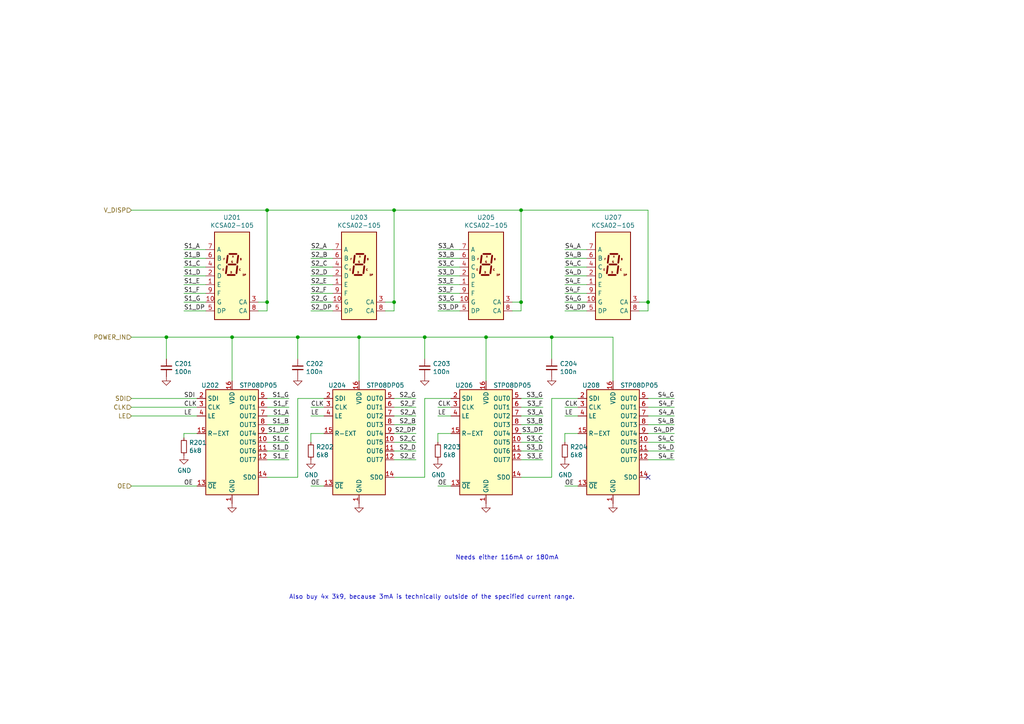
<source format=kicad_sch>
(kicad_sch (version 20211123) (generator eeschema)
  (paper "A4")
  (title_block (title "aWristWatch") (date "2021-04-05") (rev "3") (company "Andreas Kohler"))
  (lib_symbols
    (symbol "Device:C_Small" (pin_numbers hide) (pin_names (offset 0.254) hide)
      (property "Reference" "C" (at 0.254 1.778 0))
      (property "Value" "C_Small" (at 0.254 -2.032 0))
      (symbol "C_Small_0_1"
        (polyline (pts (xy -1.524 -0.508) (xy 1.524 -0.508)) (stroke (width 0.3302)))
        (polyline (pts (xy -1.524 0.508) (xy 1.524 0.508)) (stroke (width 0.3048)))
      )
      (symbol "C_Small_1_1"
        (pin passive line (at 0 2.54 270) (length 2.032) (name "~") (number "1"))
        (pin passive line (at 0 -2.54 90) (length 2.032) (name "~") (number "2"))
      )
    )
    (symbol "Device:R_Small" (pin_numbers hide) (pin_names (offset 0.254) hide)
      (property "Reference" "R" (at 0.762 0.508 0))
      (property "Value" "R_Small" (at 0.762 -1.016 0))
      (symbol "R_Small_0_1"
        (rectangle (start -0.762 1.778) (end 0.762 -1.778) (stroke (width 0.2032)))
      )
      (symbol "R_Small_1_1"
        (pin passive line (at 0 2.54 270) (length 0.762) (name "~") (number "1"))
        (pin passive line (at 0 -2.54 90) (length 0.762) (name "~") (number "2"))
      )
    )
    (symbol "Display_Character:KCSA02-105" (pin_names (offset 0.635))
      (property "Reference" "U" (at -2.54 13.97 0))
      (property "Value" "KCSA02-105" (at 1.27 13.97 0))
      (symbol "KCSA02-105_0_0"
        (text "A" (at 0.254 5.588 0) (effects (font (size 0.508 0.508))))
        (text "B" (at 2.54 4.826 0) (effects (font (size 0.508 0.508))))
        (text "C" (at 2.286 1.778 0) (effects (font (size 0.508 0.508))))
        (text "D" (at -0.254 1.016 0) (effects (font (size 0.508 0.508))))
        (text "DP" (at 3.556 0.254 0) (effects (font (size 0.508 0.508))))
        (text "E" (at -2.54 1.778 0) (effects (font (size 0.508 0.508))))
        (text "F" (at -2.286 4.826 0) (effects (font (size 0.508 0.508))))
        (text "G" (at 0 4.064 0) (effects (font (size 0.508 0.508))))
      )
      (symbol "KCSA02-105_0_1"
        (rectangle (start -5.08 12.7) (end 5.08 -12.7) (stroke (width 0.254)) (fill (type background)))
        (polyline (pts (xy -1.524 2.794) (xy -1.778 0.762)) (stroke (width 0.508)))
        (polyline (pts (xy -1.27 0.254) (xy 0.762 0.254)) (stroke (width 0.508)))
        (polyline (pts (xy -1.27 5.842) (xy -1.524 3.81)) (stroke (width 0.508)))
        (polyline (pts (xy -1.016 3.302) (xy 1.016 3.302)) (stroke (width 0.508)))
        (polyline (pts (xy -0.762 6.35) (xy 1.27 6.35)) (stroke (width 0.508)))
        (polyline (pts (xy 1.524 2.794) (xy 1.27 0.762)) (stroke (width 0.508)))
        (polyline (pts (xy 1.778 5.842) (xy 1.524 3.81)) (stroke (width 0.508)))
        (polyline (pts (xy 2.54 0.254) (xy 2.54 0.254)) (stroke (width 0.508)))
      )
      (symbol "KCSA02-105_1_1"
        (pin input line (at -7.62 -2.54 0) (length 2.54) (name "E") (number "1"))
        (pin input line (at -7.62 -7.62 0) (length 2.54) (name "G") (number "10"))
        (pin input line (at -7.62 0 0) (length 2.54) (name "D") (number "2"))
        (pin input line (at 7.62 -7.62 180) (length 2.54) (name "CA") (number "3"))
        (pin input line (at -7.62 2.54 0) (length 2.54) (name "C") (number "4"))
        (pin input line (at -7.62 -10.16 0) (length 2.54) (name "DP") (number "5"))
        (pin input line (at -7.62 5.08 0) (length 2.54) (name "B") (number "6"))
        (pin input line (at -7.62 7.62 0) (length 2.54) (name "A") (number "7"))
        (pin input line (at 7.62 -10.16 180) (length 2.54) (name "CA") (number "8"))
        (pin input line (at -7.62 -5.08 0) (length 2.54) (name "F") (number "9"))
      )
    )
    (symbol "Driver_LED:STP08CP05"
      (property "Reference" "U" (at -7.62 16.51 0))
      (property "Value" "STP08CP05" (at 1.27 16.51 0))
      (symbol "STP08CP05_0_1"
        (rectangle (start -7.62 15.24) (end 7.62 -15.24) (stroke (width 0.254)) (fill (type background)))
      )
      (symbol "STP08CP05_1_1"
        (pin power_in line (at 0 -17.78 90) (length 2.54) (name "GND") (number "1"))
        (pin output line (at 10.16 0 180) (length 2.54) (name "OUT5") (number "10"))
        (pin output line (at 10.16 -2.54 180) (length 2.54) (name "OUT6") (number "11"))
        (pin output line (at 10.16 -5.08 180) (length 2.54) (name "OUT7") (number "12"))
        (pin input line (at -10.16 -12.7 0) (length 2.54) (name "~{OE}") (number "13"))
        (pin output line (at 10.16 -10.16 180) (length 2.54) (name "SDO") (number "14"))
        (pin passive line (at -10.16 2.54 0) (length 2.54) (name "R-EXT") (number "15"))
        (pin power_in line (at 0 17.78 270) (length 2.54) (name "VDD") (number "16"))
        (pin input line (at -10.16 12.7 0) (length 2.54) (name "SDI") (number "2"))
        (pin input line (at -10.16 10.16 0) (length 2.54) (name "CLK") (number "3"))
        (pin input line (at -10.16 7.62 0) (length 2.54) (name "LE") (number "4"))
        (pin output line (at 10.16 12.7 180) (length 2.54) (name "OUT0") (number "5"))
        (pin output line (at 10.16 10.16 180) (length 2.54) (name "OUT1") (number "6"))
        (pin output line (at 10.16 7.62 180) (length 2.54) (name "OUT2") (number "7"))
        (pin output line (at 10.16 5.08 180) (length 2.54) (name "OUT3") (number "8"))
        (pin output line (at 10.16 2.54 180) (length 2.54) (name "OUT4") (number "9"))
      )
    )
    (symbol "power:GND" (power) (pin_names (offset 0))
      (property "Value" "GND" (at 0 -3.81 0))
      (symbol "GND_0_1"
        (polyline (pts (xy 0 0) (xy 0 -1.27) (xy 1.27 -1.27) (xy 0 -2.54) (xy -1.27 -1.27) (xy 0 -1.27)))
      )
      (symbol "GND_1_1"
        (pin power_in line (at 0 0 270) (length 0) hide (name "GND") (number "1"))
      )
    )
  )
  (junction (at 114.3 87.63))
  (junction (at 160.02 97.79))
  (junction (at 151.13 87.63))
  (junction (at 140.97 97.79))
  (junction (at 48.26 97.79))
  (junction (at 86.36 97.79))
  (junction (at 151.13 60.96))
  (junction (at 123.19 97.79))
  (junction (at 114.3 60.96))
  (junction (at 77.47 60.96))
  (junction (at 104.14 97.79))
  (junction (at 187.96 87.63))
  (junction (at 77.47 87.63))
  (junction (at 67.31 97.79))
  (no_connect (at 187.96 138.43))
  (wire (pts (xy 104.14 110.49) (xy 104.14 97.79)))
  (wire (pts (xy 151.13 138.43) (xy 160.02 138.43)))
  (wire (pts (xy 114.3 60.96) (xy 151.13 60.96)))
  (wire (pts (xy 157.48 128.27) (xy 151.13 128.27)))
  (wire (pts (xy 90.17 125.73) (xy 93.98 125.73)))
  (wire (pts (xy 90.17 128.27) (xy 90.17 125.73)))
  (wire (pts (xy 123.19 97.79) (xy 140.97 97.79)))
  (wire (pts (xy 163.83 140.97) (xy 167.64 140.97)))
  (wire (pts (xy 170.18 74.93) (xy 163.83 74.93)))
  (wire (pts (xy 127 87.63) (xy 133.35 87.63)))
  (wire (pts (xy 187.96 90.17) (xy 185.42 90.17)))
  (wire (pts (xy 151.13 120.65) (xy 157.48 120.65)))
  (wire (pts (xy 127 120.65) (xy 130.81 120.65)))
  (wire (pts (xy 114.3 138.43) (xy 123.19 138.43)))
  (wire (pts (xy 90.17 80.01) (xy 96.52 80.01)))
  (wire (pts (xy 114.3 87.63) (xy 111.76 87.63)))
  (wire (pts (xy 53.34 90.17) (xy 59.69 90.17)))
  (wire (pts (xy 114.3 115.57) (xy 120.65 115.57)))
  (wire (pts (xy 195.58 120.65) (xy 187.96 120.65)))
  (wire (pts (xy 163.83 128.27) (xy 163.83 125.73)))
  (wire (pts (xy 59.69 82.55) (xy 53.34 82.55)))
  (wire (pts (xy 163.83 72.39) (xy 170.18 72.39)))
  (wire (pts (xy 83.82 125.73) (xy 77.47 125.73)))
  (wire (pts (xy 114.3 128.27) (xy 120.65 128.27)))
  (wire (pts (xy 48.26 97.79) (xy 67.31 97.79)))
  (wire (pts (xy 86.36 97.79) (xy 104.14 97.79)))
  (wire (pts (xy 83.82 128.27) (xy 77.47 128.27)))
  (wire (pts (xy 86.36 104.14) (xy 86.36 97.79)))
  (wire (pts (xy 187.96 87.63) (xy 187.96 90.17)))
  (wire (pts (xy 123.19 138.43) (xy 123.19 115.57)))
  (wire (pts (xy 187.96 133.35) (xy 195.58 133.35)))
  (wire (pts (xy 83.82 123.19) (xy 77.47 123.19)))
  (wire (pts (xy 123.19 104.14) (xy 123.19 97.79)))
  (wire (pts (xy 133.35 80.01) (xy 127 80.01)))
  (wire (pts (xy 151.13 60.96) (xy 151.13 87.63)))
  (wire (pts (xy 187.96 60.96) (xy 187.96 87.63)))
  (wire (pts (xy 151.13 87.63) (xy 148.59 87.63)))
  (wire (pts (xy 163.83 82.55) (xy 170.18 82.55)))
  (wire (pts (xy 114.3 90.17) (xy 111.76 90.17)))
  (wire (pts (xy 67.31 110.49) (xy 67.31 97.79)))
  (wire (pts (xy 96.52 72.39) (xy 90.17 72.39)))
  (wire (pts (xy 123.19 115.57) (xy 130.81 115.57)))
  (wire (pts (xy 114.3 133.35) (xy 120.65 133.35)))
  (wire (pts (xy 195.58 130.81) (xy 187.96 130.81)))
  (wire (pts (xy 67.31 97.79) (xy 86.36 97.79)))
  (wire (pts (xy 170.18 80.01) (xy 163.83 80.01)))
  (wire (pts (xy 38.1 120.65) (xy 57.15 120.65)))
  (wire (pts (xy 53.34 77.47) (xy 59.69 77.47)))
  (wire (pts (xy 195.58 115.57) (xy 187.96 115.57)))
  (wire (pts (xy 77.47 138.43) (xy 86.36 138.43)))
  (wire (pts (xy 163.83 120.65) (xy 167.64 120.65)))
  (wire (pts (xy 127 77.47) (xy 133.35 77.47)))
  (wire (pts (xy 151.13 125.73) (xy 157.48 125.73)))
  (wire (pts (xy 59.69 74.93) (xy 53.34 74.93)))
  (wire (pts (xy 114.3 60.96) (xy 114.3 87.63)))
  (wire (pts (xy 160.02 97.79) (xy 177.8 97.79)))
  (wire (pts (xy 187.96 125.73) (xy 195.58 125.73)))
  (wire (pts (xy 195.58 123.19) (xy 187.96 123.19)))
  (wire (pts (xy 127 118.11) (xy 130.81 118.11)))
  (wire (pts (xy 86.36 138.43) (xy 86.36 115.57)))
  (wire (pts (xy 160.02 104.14) (xy 160.02 97.79)))
  (wire (pts (xy 151.13 60.96) (xy 187.96 60.96)))
  (wire (pts (xy 127 125.73) (xy 130.81 125.73)))
  (wire (pts (xy 90.17 118.11) (xy 93.98 118.11)))
  (wire (pts (xy 140.97 110.49) (xy 140.97 97.79)))
  (wire (pts (xy 187.96 87.63) (xy 185.42 87.63)))
  (wire (pts (xy 38.1 140.97) (xy 57.15 140.97)))
  (wire (pts (xy 151.13 87.63) (xy 151.13 90.17)))
  (wire (pts (xy 163.83 118.11) (xy 167.64 118.11)))
  (wire (pts (xy 104.14 97.79) (xy 123.19 97.79)))
  (wire (pts (xy 77.47 87.63) (xy 74.93 87.63)))
  (wire (pts (xy 53.34 125.73) (xy 53.34 127)))
  (wire (pts (xy 38.1 115.57) (xy 57.15 115.57)))
  (wire (pts (xy 114.3 87.63) (xy 114.3 90.17)))
  (wire (pts (xy 120.65 125.73) (xy 114.3 125.73)))
  (wire (pts (xy 77.47 60.96) (xy 114.3 60.96)))
  (wire (pts (xy 140.97 97.79) (xy 160.02 97.79)))
  (wire (pts (xy 133.35 74.93) (xy 127 74.93)))
  (wire (pts (xy 163.83 77.47) (xy 170.18 77.47)))
  (wire (pts (xy 96.52 85.09) (xy 90.17 85.09)))
  (wire (pts (xy 157.48 118.11) (xy 151.13 118.11)))
  (wire (pts (xy 160.02 115.57) (xy 167.64 115.57)))
  (wire (pts (xy 83.82 120.65) (xy 77.47 120.65)))
  (wire (pts (xy 127 128.27) (xy 127 125.73)))
  (wire (pts (xy 96.52 82.55) (xy 90.17 82.55)))
  (wire (pts (xy 151.13 90.17) (xy 148.59 90.17)))
  (wire (pts (xy 163.83 125.73) (xy 167.64 125.73)))
  (wire (pts (xy 57.15 125.73) (xy 53.34 125.73)))
  (wire (pts (xy 59.69 80.01) (xy 53.34 80.01)))
  (wire (pts (xy 157.48 123.19) (xy 151.13 123.19)))
  (wire (pts (xy 83.82 115.57) (xy 77.47 115.57)))
  (wire (pts (xy 90.17 120.65) (xy 93.98 120.65)))
  (wire (pts (xy 53.34 85.09) (xy 59.69 85.09)))
  (wire (pts (xy 127 82.55) (xy 133.35 82.55)))
  (wire (pts (xy 127 72.39) (xy 133.35 72.39)))
  (wire (pts (xy 59.69 87.63) (xy 53.34 87.63)))
  (wire (pts (xy 90.17 74.93) (xy 96.52 74.93)))
  (wire (pts (xy 157.48 133.35) (xy 151.13 133.35)))
  (wire (pts (xy 133.35 85.09) (xy 127 85.09)))
  (wire (pts (xy 195.58 118.11) (xy 187.96 118.11)))
  (wire (pts (xy 187.96 128.27) (xy 195.58 128.27)))
  (wire (pts (xy 177.8 97.79) (xy 177.8 110.49)))
  (wire (pts (xy 151.13 115.57) (xy 157.48 115.57)))
  (wire (pts (xy 160.02 138.43) (xy 160.02 115.57)))
  (wire (pts (xy 90.17 140.97) (xy 93.98 140.97)))
  (wire (pts (xy 83.82 133.35) (xy 77.47 133.35)))
  (wire (pts (xy 38.1 97.79) (xy 48.26 97.79)))
  (wire (pts (xy 96.52 90.17) (xy 90.17 90.17)))
  (wire (pts (xy 120.65 120.65) (xy 114.3 120.65)))
  (wire (pts (xy 96.52 77.47) (xy 90.17 77.47)))
  (wire (pts (xy 170.18 85.09) (xy 163.83 85.09)))
  (wire (pts (xy 38.1 118.11) (xy 57.15 118.11)))
  (wire (pts (xy 151.13 130.81) (xy 157.48 130.81)))
  (wire (pts (xy 86.36 115.57) (xy 93.98 115.57)))
  (wire (pts (xy 77.47 87.63) (xy 77.47 90.17)))
  (wire (pts (xy 48.26 97.79) (xy 48.26 104.14)))
  (wire (pts (xy 163.83 87.63) (xy 170.18 87.63)))
  (wire (pts (xy 53.34 72.39) (xy 59.69 72.39)))
  (wire (pts (xy 120.65 130.81) (xy 114.3 130.81)))
  (wire (pts (xy 77.47 60.96) (xy 77.47 87.63)))
  (wire (pts (xy 127 140.97) (xy 130.81 140.97)))
  (wire (pts (xy 90.17 87.63) (xy 96.52 87.63)))
  (wire (pts (xy 133.35 90.17) (xy 127 90.17)))
  (wire (pts (xy 170.18 90.17) (xy 163.83 90.17)))
  (wire (pts (xy 83.82 130.81) (xy 77.47 130.81)))
  (wire (pts (xy 83.82 118.11) (xy 77.47 118.11)))
  (wire (pts (xy 77.47 90.17) (xy 74.93 90.17)))
  (wire (pts (xy 114.3 118.11) (xy 120.65 118.11)))
  (wire (pts (xy 114.3 123.19) (xy 120.65 123.19)))
  (wire (pts (xy 38.1 60.96) (xy 77.47 60.96)))
  (text "Needs either 116mA or 180mA" (at 132.08 162.56 0) (effects (font (size 1.27 1.27)) (justify left bottom)))
  (text "Also buy 4x 3k9, because 3mA is technically outside of the specified current range." (at 83.82 173.99 0) (effects (font (size 1.27 1.27)) (justify left bottom)))
  (label "S2_C" (at 120.65 128.27 180))
  (label "OE" (at 163.83 140.97 0))
  (label "S4_G" (at 195.58 115.57 180))
  (label "S2_DP" (at 120.65 125.73 180))
  (label "S3_C" (at 157.48 128.27 180))
  (label "S1_D" (at 53.34 80.01 0))
  (label "S1_C" (at 53.34 77.47 0))
  (label "OE" (at 127 140.97 0))
  (label "S3_G" (at 157.48 115.57 180))
  (label "S1_B" (at 53.34 74.93 0))
  (label "S3_E" (at 127 82.55 0))
  (label "CLK" (at 163.83 118.11 0))
  (label "S2_A" (at 90.17 72.39 0))
  (label "S4_F" (at 163.83 85.09 0))
  (label "S1_D" (at 83.82 130.81 180))
  (label "S1_E" (at 83.82 133.35 180))
  (label "S2_DP" (at 90.17 90.17 0))
  (label "S3_DP" (at 127 90.17 0))
  (label "S4_D" (at 163.83 80.01 0))
  (label "S2_B" (at 90.17 74.93 0))
  (label "S4_A" (at 195.58 120.65 180))
  (label "S4_DP" (at 163.83 90.17 0))
  (label "LE" (at 163.83 120.65 0))
  (label "CLK" (at 127 118.11 0))
  (label "S2_G" (at 90.17 87.63 0))
  (label "OE" (at 53.34 140.97 0))
  (label "S3_B" (at 127 74.93 0))
  (label "S2_B" (at 120.65 123.19 180))
  (label "S3_C" (at 127 77.47 0))
  (label "S3_F" (at 127 85.09 0))
  (label "CLK" (at 90.17 118.11 0))
  (label "S3_A" (at 157.48 120.65 180))
  (label "CLK" (at 53.34 118.11 0))
  (label "S4_E" (at 195.58 133.35 180))
  (label "S1_C" (at 83.82 128.27 180))
  (label "S1_B" (at 83.82 123.19 180))
  (label "S2_D" (at 120.65 130.81 180))
  (label "S1_F" (at 53.34 85.09 0))
  (label "SDI" (at 53.34 115.57 0))
  (label "S1_F" (at 83.82 118.11 180))
  (label "LE" (at 90.17 120.65 0))
  (label "S4_B" (at 195.58 123.19 180))
  (label "S1_G" (at 53.34 87.63 0))
  (label "S2_A" (at 120.65 120.65 180))
  (label "LE" (at 127 120.65 0))
  (label "S2_E" (at 120.65 133.35 180))
  (label "OE" (at 90.17 140.97 0))
  (label "S4_C" (at 195.58 128.27 180))
  (label "S1_A" (at 53.34 72.39 0))
  (label "S2_D" (at 90.17 80.01 0))
  (label "S1_A" (at 83.82 120.65 180))
  (label "S1_DP" (at 83.82 125.73 180))
  (label "S3_D" (at 157.48 130.81 180))
  (label "S4_E" (at 163.83 82.55 0))
  (label "S4_DP" (at 195.58 125.73 180))
  (label "S2_C" (at 90.17 77.47 0))
  (label "S4_A" (at 163.83 72.39 0))
  (label "S4_G" (at 163.83 87.63 0))
  (label "S3_DP" (at 157.48 125.73 180))
  (label "S3_F" (at 157.48 118.11 180))
  (label "S2_F" (at 90.17 85.09 0))
  (label "S3_B" (at 157.48 123.19 180))
  (label "S3_D" (at 127 80.01 0))
  (label "S4_C" (at 163.83 77.47 0))
  (label "S4_B" (at 163.83 74.93 0))
  (label "S2_F" (at 120.65 118.11 180))
  (label "S2_E" (at 90.17 82.55 0))
  (label "S4_D" (at 195.58 130.81 180))
  (label "S1_G" (at 83.82 115.57 180))
  (label "S2_G" (at 120.65 115.57 180))
  (label "S3_A" (at 127 72.39 0))
  (label "S4_F" (at 195.58 118.11 180))
  (label "S3_G" (at 127 87.63 0))
  (label "S1_E" (at 53.34 82.55 0))
  (label "S3_E" (at 157.48 133.35 180))
  (label "S1_DP" (at 53.34 90.17 0))
  (label "LE" (at 53.34 120.65 0))
  (hierarchical_label "V_DISP" (shape input) (at 38.1 60.96 180))
  (hierarchical_label "OE" (shape input) (at 38.1 140.97 180))
  (hierarchical_label "SDI" (shape input) (at 38.1 115.57 180))
  (hierarchical_label "LE" (shape input) (at 38.1 120.65 180))
  (hierarchical_label "POWER_IN" (shape input) (at 38.1 97.79 180))
  (hierarchical_label "CLK" (shape input) (at 38.1 118.11 180))
  (symbol (lib_id "Display_Character:KCSA02-105") (at 67.31 80.01 0)
    (property "Reference" "U201" (at 67.31 63.0682 0))
    (property "Value" "KCSA02-105" (at 67.31 65.3796 0))
    (property "Footprint" "Display_7Segment:KCSC02-105" (effects hide))
    (property "Datasheet" "http://www.kingbright.com/attachments/file/psearch/000/00/00/KCSA02-105(Ver.10A).pdf" (effects hide))
    (property "Order" "https://www.mouser.at/ProductDetail/604-ACSA02-41SURKWA" (effects hide))
    (property "Manufacturer" "Kingbright" (effects hide))
    (property "MNR" "KCSA02-105" (effects hide))
  )
  (symbol (lib_id "Display_Character:KCSA02-105") (at 104.14 80.01 0)
    (property "Reference" "U203" (at 104.14 63.0682 0))
    (property "Value" "KCSA02-105" (at 104.14 65.3796 0))
    (property "Footprint" "Display_7Segment:KCSC02-105" (effects hide))
    (property "Datasheet" "http://www.kingbright.com/attachments/file/psearch/000/00/00/KCSA02-105(Ver.10A).pdf" (effects hide))
    (property "Order" "https://www.mouser.at/ProductDetail/604-ACSA02-41SURKWA" (effects hide))
    (property "Manufacturer" "Kingbright" (effects hide))
    (property "MNR" "KCSA02-105" (effects hide))
  )
  (symbol (lib_id "Display_Character:KCSA02-105") (at 177.8 80.01 0)
    (property "Reference" "U207" (at 177.8 63.0682 0))
    (property "Value" "KCSA02-105" (at 177.8 65.3796 0))
    (property "Footprint" "Display_7Segment:KCSC02-105" (effects hide))
    (property "Datasheet" "http://www.kingbright.com/attachments/file/psearch/000/00/00/KCSA02-105(Ver.10A).pdf" (effects hide))
    (property "Order" "https://www.mouser.at/ProductDetail/604-ACSA02-41SURKWA" (effects hide))
    (property "Manufacturer" "Kingbright" (effects hide))
    (property "MNR" "KCSA02-105" (effects hide))
  )
  (symbol (lib_id "Display_Character:KCSA02-105") (at 140.97 80.01 0)
    (property "Reference" "U205" (at 140.97 63.0682 0))
    (property "Value" "KCSA02-105" (at 140.97 65.3796 0))
    (property "Footprint" "Display_7Segment:KCSC02-105" (effects hide))
    (property "Datasheet" "http://www.kingbright.com/attachments/file/psearch/000/00/00/KCSA02-105(Ver.10A).pdf" (effects hide))
    (property "Order" "https://www.mouser.at/ProductDetail/604-ACSA02-41SURKWA" (effects hide))
    (property "Manufacturer" "Kingbright" (effects hide))
    (property "MNR" "KCSA02-105" (effects hide))
  )
  (symbol (lib_id "Device:R_Small") (at 53.34 129.54 0)
    (property "Reference" "R201" (at 54.8386 128.3716 0) (effects (justify left)))
    (property "Value" "6k8" (at 54.8386 130.683 0) (effects (justify left)))
    (property "Footprint" "Resistor_SMD:R_0603_1608Metric" (effects hide))
    (property "Datasheet" "https://www.mouser.at/datasheet/2/315/AOA0000C331-1141874.pdf" (effects hide))
    (property "Order" "https://www.mouser.at/ProductDetail/Panasonic/ERJ-PA3F6801V?qs=BzJM0faLVqWJZPQb%2FyZvrw%3D%3D" (effects hide))
    (property "Manufacturer" "Panasonic" (effects hide))
    (property "MNR" "ERJ-PA3F6801V" (effects hide))
  )
  (symbol (lib_id "Device:C_Small") (at 48.26 106.68 0)
    (property "Reference" "C201" (at 50.5968 105.5116 0) (effects (justify left)))
    (property "Value" "100n" (at 50.5968 107.823 0) (effects (justify left)))
    (property "Footprint" "Capacitor_SMD:C_0603_1608Metric" (effects hide))
    (property "Datasheet" "https://www.mouser.at/datasheet/2/212/KEM_C1002_X7R_SMD-1102033.pdf" (effects hide))
    (property "Order" "https://www.mouser.at/ProductDetail/80-C0603C104M4R" (effects hide))
    (property "Manufacturer" "KEMET" (effects hide))
    (property "MNR" "C0603C104M4RACTU" (effects hide))
  )
  (symbol (lib_id "power:GND") (at 48.26 109.22 0)
    (property "Reference" "#PWR0102" (effects hide))
    (property "Value" "GND" (effects hide))
  )
  (symbol (lib_id "power:GND") (at 67.31 146.05 0)
    (property "Reference" "#PWR0103" (effects hide))
    (property "Value" "GND" (effects hide))
  )
  (symbol (lib_id "power:GND") (at 53.34 132.08 0)
    (property "Reference" "#PWR0104" (effects hide))
    (property "Value" "GND" (at 53.467 136.4742 0))
  )
  (symbol (lib_id "Driver_LED:STP08CP05") (at 67.31 128.27 0)
    (property "Reference" "U202" (at 60.96 111.76 0))
    (property "Value" "STP08DP05" (at 74.93 111.76 0))
    (property "Footprint" "Package_SO:TSSOP-16_4.4x5mm_P0.65mm" (effects hide))
    (property "Datasheet" "https://www.st.com/resource/en/datasheet/stp08cp05.pdf" (effects hide))
    (property "Order" "https://www.mouser.at/ProductDetail/511-STP08DP05TTR" (effects hide))
    (property "Manufacturer" "STMicroelectornics" (effects hide))
    (property "Part Number" "STP08DP05TTR" (effects hide))
    (property "MNR" "STP08DP05TTR" (effects hide))
  )
  (symbol (lib_id "Driver_LED:STP08CP05") (at 104.14 128.27 0)
    (property "Reference" "U204" (at 97.79 111.76 0))
    (property "Value" "STP08DP05" (at 111.76 111.76 0))
    (property "Footprint" "Package_SO:TSSOP-16_4.4x5mm_P0.65mm" (effects hide))
    (property "Datasheet" "https://www.st.com/resource/en/datasheet/stp08cp05.pdf" (effects hide))
    (property "Order" "https://www.mouser.at/ProductDetail/511-STP08DP05TTR" (effects hide))
    (property "Manufacturer" "STMicroelectornics" (effects hide))
    (property "Part Number" "STP08DP05TTR" (effects hide))
    (property "MNR" "STP08DP05TTR" (effects hide))
  )
  (symbol (lib_id "power:GND") (at 104.14 146.05 0)
    (property "Reference" "#PWR0108" (effects hide))
    (property "Value" "GND" (effects hide))
  )
  (symbol (lib_id "Device:R_Small") (at 90.17 130.81 0)
    (property "Reference" "R202" (at 91.6686 129.6416 0) (effects (justify left)))
    (property "Value" "6k8" (at 91.6686 131.953 0) (effects (justify left)))
    (property "Footprint" "Resistor_SMD:R_0603_1608Metric" (effects hide))
    (property "Datasheet" "https://www.mouser.at/datasheet/2/315/AOA0000C331-1141874.pdf" (effects hide))
    (property "Order" "https://www.mouser.at/ProductDetail/Panasonic/ERJ-PA3F6801V?qs=BzJM0faLVqWJZPQb%2FyZvrw%3D%3D" (effects hide))
    (property "Manufacturer" "Panasonic" (effects hide))
    (property "MNR" "ERJ-PA3F6801V" (effects hide))
  )
  (symbol (lib_id "power:GND") (at 90.17 133.35 0)
    (property "Reference" "#PWR0109" (effects hide))
    (property "Value" "GND" (at 90.297 137.7442 0))
  )
  (symbol (lib_id "Driver_LED:STP08CP05") (at 140.97 128.27 0)
    (property "Reference" "U206" (at 134.62 111.76 0))
    (property "Value" "STP08DP05" (at 148.59 111.76 0))
    (property "Footprint" "Package_SO:TSSOP-16_4.4x5mm_P0.65mm" (effects hide))
    (property "Datasheet" "https://www.st.com/resource/en/datasheet/stp08cp05.pdf" (effects hide))
    (property "Order" "https://www.mouser.at/ProductDetail/511-STP08DP05TTR" (effects hide))
    (property "Manufacturer" "STMicroelectornics" (effects hide))
    (property "Part Number" "STP08DP05TTR" (effects hide))
    (property "MNR" "STP08DP05TTR" (effects hide))
  )
  (symbol (lib_id "power:GND") (at 140.97 146.05 0)
    (property "Reference" "#PWR0111" (effects hide))
    (property "Value" "GND" (effects hide))
  )
  (symbol (lib_id "Device:R_Small") (at 127 130.81 0)
    (property "Reference" "R203" (at 128.4986 129.6416 0) (effects (justify left)))
    (property "Value" "6k8" (at 128.4986 131.953 0) (effects (justify left)))
    (property "Footprint" "Resistor_SMD:R_0603_1608Metric" (effects hide))
    (property "Datasheet" "https://www.mouser.at/datasheet/2/315/AOA0000C331-1141874.pdf" (effects hide))
    (property "Order" "https://www.mouser.at/ProductDetail/Panasonic/ERJ-PA3F6801V?qs=BzJM0faLVqWJZPQb%2FyZvrw%3D%3D" (effects hide))
    (property "Manufacturer" "Panasonic" (effects hide))
    (property "MNR" "ERJ-PA3F6801V" (effects hide))
  )
  (symbol (lib_id "power:GND") (at 127 133.35 0)
    (property "Reference" "#PWR0112" (effects hide))
    (property "Value" "GND" (at 127.127 137.7442 0))
  )
  (symbol (lib_id "Driver_LED:STP08CP05") (at 177.8 128.27 0)
    (property "Reference" "U208" (at 171.45 111.76 0))
    (property "Value" "STP08DP05" (at 185.42 111.76 0))
    (property "Footprint" "Package_SO:TSSOP-16_4.4x5mm_P0.65mm" (effects hide))
    (property "Datasheet" "https://www.st.com/resource/en/datasheet/stp08cp05.pdf" (effects hide))
    (property "Order" "https://www.mouser.at/ProductDetail/511-STP08DP05TTR" (effects hide))
    (property "Manufacturer" "STMicroelectornics" (effects hide))
    (property "Part Number" "STP08DP05TTR" (effects hide))
    (property "MNR" "STP08DP05TTR" (effects hide))
  )
  (symbol (lib_id "power:GND") (at 177.8 146.05 0)
    (property "Reference" "#PWR0114" (effects hide))
    (property "Value" "GND" (effects hide))
  )
  (symbol (lib_id "Device:R_Small") (at 163.83 130.81 0)
    (property "Reference" "R204" (at 165.3286 129.6416 0) (effects (justify left)))
    (property "Value" "6k8" (at 165.3286 131.953 0) (effects (justify left)))
    (property "Footprint" "Resistor_SMD:R_0603_1608Metric" (effects hide))
    (property "Datasheet" "https://www.mouser.at/datasheet/2/315/AOA0000C331-1141874.pdf" (effects hide))
    (property "Order" "https://www.mouser.at/ProductDetail/Panasonic/ERJ-PA3F6801V?qs=BzJM0faLVqWJZPQb%2FyZvrw%3D%3D" (effects hide))
    (property "Manufacturer" "Panasonic" (effects hide))
    (property "MNR" "ERJ-PA3F6801V" (effects hide))
  )
  (symbol (lib_id "power:GND") (at 163.83 133.35 0)
    (property "Reference" "#PWR0115" (effects hide))
    (property "Value" "GND" (at 163.957 137.7442 0))
  )
  (symbol (lib_id "Device:C_Small") (at 86.36 106.68 0)
    (property "Reference" "C202" (at 88.6968 105.5116 0) (effects (justify left)))
    (property "Value" "100n" (at 88.6968 107.823 0) (effects (justify left)))
    (property "Footprint" "Capacitor_SMD:C_0603_1608Metric" (effects hide))
    (property "Datasheet" "https://www.mouser.at/datasheet/2/212/KEM_C1002_X7R_SMD-1102033.pdf" (effects hide))
    (property "Order" "https://www.mouser.at/ProductDetail/80-C0603C104M4R" (effects hide))
    (property "Manufacturer" "KEMET" (effects hide))
    (property "MNR" "C0603C104M4RACTU" (effects hide))
  )
  (symbol (lib_id "power:GND") (at 86.36 109.22 0)
    (property "Reference" "#PWR0116" (effects hide))
    (property "Value" "GND" (effects hide))
  )
  (symbol (lib_id "Device:C_Small") (at 123.19 106.68 0)
    (property "Reference" "C203" (at 125.5268 105.5116 0) (effects (justify left)))
    (property "Value" "100n" (at 125.5268 107.823 0) (effects (justify left)))
    (property "Footprint" "Capacitor_SMD:C_0603_1608Metric" (effects hide))
    (property "Datasheet" "https://www.mouser.at/datasheet/2/212/KEM_C1002_X7R_SMD-1102033.pdf" (effects hide))
    (property "Order" "https://www.mouser.at/ProductDetail/80-C0603C104M4R" (effects hide))
    (property "Manufacturer" "KEMET" (effects hide))
    (property "MNR" "C0603C104M4RACTU" (effects hide))
  )
  (symbol (lib_id "power:GND") (at 123.19 109.22 0)
    (property "Reference" "#PWR0118" (effects hide))
    (property "Value" "GND" (effects hide))
  )
  (symbol (lib_id "Device:C_Small") (at 160.02 106.68 0)
    (property "Reference" "C204" (at 162.3568 105.5116 0) (effects (justify left)))
    (property "Value" "100n" (at 162.3568 107.823 0) (effects (justify left)))
    (property "Footprint" "Capacitor_SMD:C_0603_1608Metric" (effects hide))
    (property "Datasheet" "https://www.mouser.at/datasheet/2/212/KEM_C1002_X7R_SMD-1102033.pdf" (effects hide))
    (property "Order" "https://www.mouser.at/ProductDetail/80-C0603C104M4R" (effects hide))
    (property "Manufacturer" "KEMET" (effects hide))
    (property "MNR" "C0603C104M4RACTU" (effects hide))
  )
  (symbol (lib_id "power:GND") (at 160.02 109.22 0)
    (property "Reference" "#PWR0120" (effects hide))
    (property "Value" "GND" (effects hide))
  )
)
</source>
